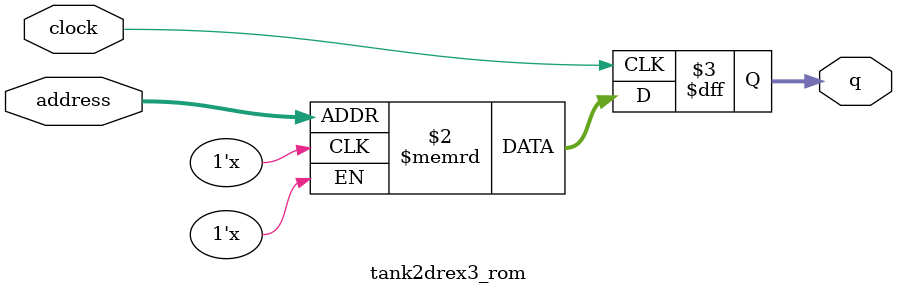
<source format=sv>
module tank2drex3_rom (
	input logic clock,
	input logic [9:0] address,
	output logic [3:0] q
);

logic [3:0] memory [0:1023] /* synthesis ram_init_file = "./tank2drex3/tank2drex3.mif" */;

always_ff @ (posedge clock) begin
	q <= memory[address];
end

endmodule

</source>
